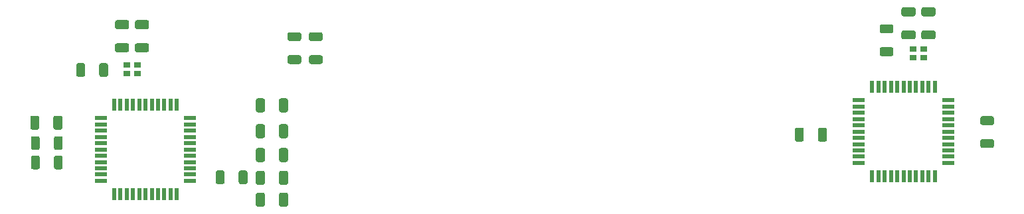
<source format=gbr>
%TF.GenerationSoftware,KiCad,Pcbnew,(5.1.10)-1*%
%TF.CreationDate,2021-08-08T19:29:01+02:00*%
%TF.ProjectId,T1,54312e6b-6963-4616-945f-706362585858,rev?*%
%TF.SameCoordinates,Original*%
%TF.FileFunction,Paste,Bot*%
%TF.FilePolarity,Positive*%
%FSLAX46Y46*%
G04 Gerber Fmt 4.6, Leading zero omitted, Abs format (unit mm)*
G04 Created by KiCad (PCBNEW (5.1.10)-1) date 2021-08-08 19:29:01*
%MOMM*%
%LPD*%
G01*
G04 APERTURE LIST*
%ADD10R,0.900000X0.800000*%
%ADD11R,0.550000X1.500000*%
%ADD12R,1.500000X0.550000*%
G04 APERTURE END LIST*
D10*
%TO.C,Y2*%
X189704750Y-58874750D03*
X191104750Y-58874750D03*
X191104750Y-57774750D03*
X189704750Y-57774750D03*
%TD*%
%TO.C,Y1*%
X89438250Y-60906750D03*
X90838250Y-60906750D03*
X90838250Y-59806750D03*
X89438250Y-59806750D03*
%TD*%
D11*
%TO.C,U2*%
X184499750Y-74057750D03*
X185299750Y-74057750D03*
X186099750Y-74057750D03*
X186899750Y-74057750D03*
X187699750Y-74057750D03*
X188499750Y-74057750D03*
X189299750Y-74057750D03*
X190099750Y-74057750D03*
X190899750Y-74057750D03*
X191699750Y-74057750D03*
X192499750Y-74057750D03*
D12*
X194199750Y-72357750D03*
X194199750Y-71557750D03*
X194199750Y-70757750D03*
X194199750Y-69957750D03*
X194199750Y-69157750D03*
X194199750Y-68357750D03*
X194199750Y-67557750D03*
X194199750Y-66757750D03*
X194199750Y-65957750D03*
X194199750Y-65157750D03*
X194199750Y-64357750D03*
D11*
X192499750Y-62657750D03*
X191699750Y-62657750D03*
X190899750Y-62657750D03*
X190099750Y-62657750D03*
X189299750Y-62657750D03*
X188499750Y-62657750D03*
X187699750Y-62657750D03*
X186899750Y-62657750D03*
X186099750Y-62657750D03*
X185299750Y-62657750D03*
X184499750Y-62657750D03*
D12*
X182799750Y-64357750D03*
X182799750Y-65157750D03*
X182799750Y-65957750D03*
X182799750Y-66757750D03*
X182799750Y-67557750D03*
X182799750Y-68357750D03*
X182799750Y-69157750D03*
X182799750Y-69957750D03*
X182799750Y-70757750D03*
X182799750Y-71557750D03*
X182799750Y-72357750D03*
%TD*%
D11*
%TO.C,U1*%
X87852750Y-76343750D03*
X88652750Y-76343750D03*
X89452750Y-76343750D03*
X90252750Y-76343750D03*
X91052750Y-76343750D03*
X91852750Y-76343750D03*
X92652750Y-76343750D03*
X93452750Y-76343750D03*
X94252750Y-76343750D03*
X95052750Y-76343750D03*
X95852750Y-76343750D03*
D12*
X97552750Y-74643750D03*
X97552750Y-73843750D03*
X97552750Y-73043750D03*
X97552750Y-72243750D03*
X97552750Y-71443750D03*
X97552750Y-70643750D03*
X97552750Y-69843750D03*
X97552750Y-69043750D03*
X97552750Y-68243750D03*
X97552750Y-67443750D03*
X97552750Y-66643750D03*
D11*
X95852750Y-64943750D03*
X95052750Y-64943750D03*
X94252750Y-64943750D03*
X93452750Y-64943750D03*
X92652750Y-64943750D03*
X91852750Y-64943750D03*
X91052750Y-64943750D03*
X90252750Y-64943750D03*
X89452750Y-64943750D03*
X88652750Y-64943750D03*
X87852750Y-64943750D03*
D12*
X86152750Y-66643750D03*
X86152750Y-67443750D03*
X86152750Y-68243750D03*
X86152750Y-69043750D03*
X86152750Y-69843750D03*
X86152750Y-70643750D03*
X86152750Y-71443750D03*
X86152750Y-72243750D03*
X86152750Y-73043750D03*
X86152750Y-73843750D03*
X86152750Y-74643750D03*
%TD*%
%TO.C,R8*%
G36*
G01*
X114194751Y-56789750D02*
X112944749Y-56789750D01*
G75*
G02*
X112694750Y-56539751I0J249999D01*
G01*
X112694750Y-55914749D01*
G75*
G02*
X112944749Y-55664750I249999J0D01*
G01*
X114194751Y-55664750D01*
G75*
G02*
X114444750Y-55914749I0J-249999D01*
G01*
X114444750Y-56539751D01*
G75*
G02*
X114194751Y-56789750I-249999J0D01*
G01*
G37*
G36*
G01*
X114194751Y-59714750D02*
X112944749Y-59714750D01*
G75*
G02*
X112694750Y-59464751I0J249999D01*
G01*
X112694750Y-58839749D01*
G75*
G02*
X112944749Y-58589750I249999J0D01*
G01*
X114194751Y-58589750D01*
G75*
G02*
X114444750Y-58839749I0J-249999D01*
G01*
X114444750Y-59464751D01*
G75*
G02*
X114194751Y-59714750I-249999J0D01*
G01*
G37*
%TD*%
%TO.C,R7*%
G36*
G01*
X111464251Y-56789750D02*
X110214249Y-56789750D01*
G75*
G02*
X109964250Y-56539751I0J249999D01*
G01*
X109964250Y-55914749D01*
G75*
G02*
X110214249Y-55664750I249999J0D01*
G01*
X111464251Y-55664750D01*
G75*
G02*
X111714250Y-55914749I0J-249999D01*
G01*
X111714250Y-56539751D01*
G75*
G02*
X111464251Y-56789750I-249999J0D01*
G01*
G37*
G36*
G01*
X111464251Y-59714750D02*
X110214249Y-59714750D01*
G75*
G02*
X109964250Y-59464751I0J249999D01*
G01*
X109964250Y-58839749D01*
G75*
G02*
X110214249Y-58589750I249999J0D01*
G01*
X111464251Y-58589750D01*
G75*
G02*
X111714250Y-58839749I0J-249999D01*
G01*
X111714250Y-59464751D01*
G75*
G02*
X111464251Y-59714750I-249999J0D01*
G01*
G37*
%TD*%
%TO.C,R6*%
G36*
G01*
X199792751Y-67519250D02*
X198542749Y-67519250D01*
G75*
G02*
X198292750Y-67269251I0J249999D01*
G01*
X198292750Y-66644249D01*
G75*
G02*
X198542749Y-66394250I249999J0D01*
G01*
X199792751Y-66394250D01*
G75*
G02*
X200042750Y-66644249I0J-249999D01*
G01*
X200042750Y-67269251D01*
G75*
G02*
X199792751Y-67519250I-249999J0D01*
G01*
G37*
G36*
G01*
X199792751Y-70444250D02*
X198542749Y-70444250D01*
G75*
G02*
X198292750Y-70194251I0J249999D01*
G01*
X198292750Y-69569249D01*
G75*
G02*
X198542749Y-69319250I249999J0D01*
G01*
X199792751Y-69319250D01*
G75*
G02*
X200042750Y-69569249I0J-249999D01*
G01*
X200042750Y-70194251D01*
G75*
G02*
X199792751Y-70444250I-249999J0D01*
G01*
G37*
%TD*%
%TO.C,R5*%
G36*
G01*
X185715749Y-57573750D02*
X186965751Y-57573750D01*
G75*
G02*
X187215750Y-57823749I0J-249999D01*
G01*
X187215750Y-58448751D01*
G75*
G02*
X186965751Y-58698750I-249999J0D01*
G01*
X185715749Y-58698750D01*
G75*
G02*
X185465750Y-58448751I0J249999D01*
G01*
X185465750Y-57823749D01*
G75*
G02*
X185715749Y-57573750I249999J0D01*
G01*
G37*
G36*
G01*
X185715749Y-54648750D02*
X186965751Y-54648750D01*
G75*
G02*
X187215750Y-54898749I0J-249999D01*
G01*
X187215750Y-55523751D01*
G75*
G02*
X186965751Y-55773750I-249999J0D01*
G01*
X185715749Y-55773750D01*
G75*
G02*
X185465750Y-55523751I0J249999D01*
G01*
X185465750Y-54898749D01*
G75*
G02*
X185715749Y-54648750I249999J0D01*
G01*
G37*
%TD*%
%TO.C,R4*%
G36*
G01*
X103738250Y-74824751D02*
X103738250Y-73574749D01*
G75*
G02*
X103988249Y-73324750I249999J0D01*
G01*
X104613251Y-73324750D01*
G75*
G02*
X104863250Y-73574749I0J-249999D01*
G01*
X104863250Y-74824751D01*
G75*
G02*
X104613251Y-75074750I-249999J0D01*
G01*
X103988249Y-75074750D01*
G75*
G02*
X103738250Y-74824751I0J249999D01*
G01*
G37*
G36*
G01*
X100813250Y-74824751D02*
X100813250Y-73574749D01*
G75*
G02*
X101063249Y-73324750I249999J0D01*
G01*
X101688251Y-73324750D01*
G75*
G02*
X101938250Y-73574749I0J-249999D01*
G01*
X101938250Y-74824751D01*
G75*
G02*
X101688251Y-75074750I-249999J0D01*
G01*
X101063249Y-75074750D01*
G75*
G02*
X100813250Y-74824751I0J249999D01*
G01*
G37*
%TD*%
%TO.C,R3*%
G36*
G01*
X78379750Y-69193249D02*
X78379750Y-70443251D01*
G75*
G02*
X78129751Y-70693250I-249999J0D01*
G01*
X77504749Y-70693250D01*
G75*
G02*
X77254750Y-70443251I0J249999D01*
G01*
X77254750Y-69193249D01*
G75*
G02*
X77504749Y-68943250I249999J0D01*
G01*
X78129751Y-68943250D01*
G75*
G02*
X78379750Y-69193249I0J-249999D01*
G01*
G37*
G36*
G01*
X81304750Y-69193249D02*
X81304750Y-70443251D01*
G75*
G02*
X81054751Y-70693250I-249999J0D01*
G01*
X80429749Y-70693250D01*
G75*
G02*
X80179750Y-70443251I0J249999D01*
G01*
X80179750Y-69193249D01*
G75*
G02*
X80429749Y-68943250I249999J0D01*
G01*
X81054751Y-68943250D01*
G75*
G02*
X81304750Y-69193249I0J-249999D01*
G01*
G37*
%TD*%
%TO.C,R2*%
G36*
G01*
X78379750Y-71669749D02*
X78379750Y-72919751D01*
G75*
G02*
X78129751Y-73169750I-249999J0D01*
G01*
X77504749Y-73169750D01*
G75*
G02*
X77254750Y-72919751I0J249999D01*
G01*
X77254750Y-71669749D01*
G75*
G02*
X77504749Y-71419750I249999J0D01*
G01*
X78129751Y-71419750D01*
G75*
G02*
X78379750Y-71669749I0J-249999D01*
G01*
G37*
G36*
G01*
X81304750Y-71669749D02*
X81304750Y-72919751D01*
G75*
G02*
X81054751Y-73169750I-249999J0D01*
G01*
X80429749Y-73169750D01*
G75*
G02*
X80179750Y-72919751I0J249999D01*
G01*
X80179750Y-71669749D01*
G75*
G02*
X80429749Y-71419750I249999J0D01*
G01*
X81054751Y-71419750D01*
G75*
G02*
X81304750Y-71669749I0J-249999D01*
G01*
G37*
%TD*%
%TO.C,R1*%
G36*
G01*
X84158250Y-59858749D02*
X84158250Y-61108751D01*
G75*
G02*
X83908251Y-61358750I-249999J0D01*
G01*
X83283249Y-61358750D01*
G75*
G02*
X83033250Y-61108751I0J249999D01*
G01*
X83033250Y-59858749D01*
G75*
G02*
X83283249Y-59608750I249999J0D01*
G01*
X83908251Y-59608750D01*
G75*
G02*
X84158250Y-59858749I0J-249999D01*
G01*
G37*
G36*
G01*
X87083250Y-59858749D02*
X87083250Y-61108751D01*
G75*
G02*
X86833251Y-61358750I-249999J0D01*
G01*
X86208249Y-61358750D01*
G75*
G02*
X85958250Y-61108751I0J249999D01*
G01*
X85958250Y-59858749D01*
G75*
G02*
X86208249Y-59608750I249999J0D01*
G01*
X86833251Y-59608750D01*
G75*
G02*
X87083250Y-59858749I0J-249999D01*
G01*
G37*
%TD*%
%TO.C,C11*%
G36*
G01*
X177588750Y-69388751D02*
X177588750Y-68088749D01*
G75*
G02*
X177838749Y-67838750I249999J0D01*
G01*
X178488751Y-67838750D01*
G75*
G02*
X178738750Y-68088749I0J-249999D01*
G01*
X178738750Y-69388751D01*
G75*
G02*
X178488751Y-69638750I-249999J0D01*
G01*
X177838749Y-69638750D01*
G75*
G02*
X177588750Y-69388751I0J249999D01*
G01*
G37*
G36*
G01*
X174638750Y-69388751D02*
X174638750Y-68088749D01*
G75*
G02*
X174888749Y-67838750I249999J0D01*
G01*
X175538751Y-67838750D01*
G75*
G02*
X175788750Y-68088749I0J-249999D01*
G01*
X175788750Y-69388751D01*
G75*
G02*
X175538751Y-69638750I-249999J0D01*
G01*
X174888749Y-69638750D01*
G75*
G02*
X174638750Y-69388751I0J249999D01*
G01*
G37*
%TD*%
%TO.C,C10*%
G36*
G01*
X189784751Y-53614750D02*
X188484749Y-53614750D01*
G75*
G02*
X188234750Y-53364751I0J249999D01*
G01*
X188234750Y-52714749D01*
G75*
G02*
X188484749Y-52464750I249999J0D01*
G01*
X189784751Y-52464750D01*
G75*
G02*
X190034750Y-52714749I0J-249999D01*
G01*
X190034750Y-53364751D01*
G75*
G02*
X189784751Y-53614750I-249999J0D01*
G01*
G37*
G36*
G01*
X189784751Y-56564750D02*
X188484749Y-56564750D01*
G75*
G02*
X188234750Y-56314751I0J249999D01*
G01*
X188234750Y-55664749D01*
G75*
G02*
X188484749Y-55414750I249999J0D01*
G01*
X189784751Y-55414750D01*
G75*
G02*
X190034750Y-55664749I0J-249999D01*
G01*
X190034750Y-56314751D01*
G75*
G02*
X189784751Y-56564750I-249999J0D01*
G01*
G37*
%TD*%
%TO.C,C9*%
G36*
G01*
X192324751Y-53614750D02*
X191024749Y-53614750D01*
G75*
G02*
X190774750Y-53364751I0J249999D01*
G01*
X190774750Y-52714749D01*
G75*
G02*
X191024749Y-52464750I249999J0D01*
G01*
X192324751Y-52464750D01*
G75*
G02*
X192574750Y-52714749I0J-249999D01*
G01*
X192574750Y-53364751D01*
G75*
G02*
X192324751Y-53614750I-249999J0D01*
G01*
G37*
G36*
G01*
X192324751Y-56564750D02*
X191024749Y-56564750D01*
G75*
G02*
X190774750Y-56314751I0J249999D01*
G01*
X190774750Y-55664749D01*
G75*
G02*
X191024749Y-55414750I249999J0D01*
G01*
X192324751Y-55414750D01*
G75*
G02*
X192574750Y-55664749I0J-249999D01*
G01*
X192574750Y-56314751D01*
G75*
G02*
X192324751Y-56564750I-249999J0D01*
G01*
G37*
%TD*%
%TO.C,C8*%
G36*
G01*
X80116250Y-67864751D02*
X80116250Y-66564749D01*
G75*
G02*
X80366249Y-66314750I249999J0D01*
G01*
X81016251Y-66314750D01*
G75*
G02*
X81266250Y-66564749I0J-249999D01*
G01*
X81266250Y-67864751D01*
G75*
G02*
X81016251Y-68114750I-249999J0D01*
G01*
X80366249Y-68114750D01*
G75*
G02*
X80116250Y-67864751I0J249999D01*
G01*
G37*
G36*
G01*
X77166250Y-67864751D02*
X77166250Y-66564749D01*
G75*
G02*
X77416249Y-66314750I249999J0D01*
G01*
X78066251Y-66314750D01*
G75*
G02*
X78316250Y-66564749I0J-249999D01*
G01*
X78316250Y-67864751D01*
G75*
G02*
X78066251Y-68114750I-249999J0D01*
G01*
X77416249Y-68114750D01*
G75*
G02*
X77166250Y-67864751I0J249999D01*
G01*
G37*
%TD*%
%TO.C,C7*%
G36*
G01*
X89518251Y-55265750D02*
X88218249Y-55265750D01*
G75*
G02*
X87968250Y-55015751I0J249999D01*
G01*
X87968250Y-54365749D01*
G75*
G02*
X88218249Y-54115750I249999J0D01*
G01*
X89518251Y-54115750D01*
G75*
G02*
X89768250Y-54365749I0J-249999D01*
G01*
X89768250Y-55015751D01*
G75*
G02*
X89518251Y-55265750I-249999J0D01*
G01*
G37*
G36*
G01*
X89518251Y-58215750D02*
X88218249Y-58215750D01*
G75*
G02*
X87968250Y-57965751I0J249999D01*
G01*
X87968250Y-57315749D01*
G75*
G02*
X88218249Y-57065750I249999J0D01*
G01*
X89518251Y-57065750D01*
G75*
G02*
X89768250Y-57315749I0J-249999D01*
G01*
X89768250Y-57965751D01*
G75*
G02*
X89518251Y-58215750I-249999J0D01*
G01*
G37*
%TD*%
%TO.C,C6*%
G36*
G01*
X92058251Y-55265750D02*
X90758249Y-55265750D01*
G75*
G02*
X90508250Y-55015751I0J249999D01*
G01*
X90508250Y-54365749D01*
G75*
G02*
X90758249Y-54115750I249999J0D01*
G01*
X92058251Y-54115750D01*
G75*
G02*
X92308250Y-54365749I0J-249999D01*
G01*
X92308250Y-55015751D01*
G75*
G02*
X92058251Y-55265750I-249999J0D01*
G01*
G37*
G36*
G01*
X92058251Y-58215750D02*
X90758249Y-58215750D01*
G75*
G02*
X90508250Y-57965751I0J249999D01*
G01*
X90508250Y-57315749D01*
G75*
G02*
X90758249Y-57065750I249999J0D01*
G01*
X92058251Y-57065750D01*
G75*
G02*
X92308250Y-57315749I0J-249999D01*
G01*
X92308250Y-57965751D01*
G75*
G02*
X92058251Y-58215750I-249999J0D01*
G01*
G37*
%TD*%
%TO.C,C5*%
G36*
G01*
X107081750Y-76407249D02*
X107081750Y-77707251D01*
G75*
G02*
X106831751Y-77957250I-249999J0D01*
G01*
X106181749Y-77957250D01*
G75*
G02*
X105931750Y-77707251I0J249999D01*
G01*
X105931750Y-76407249D01*
G75*
G02*
X106181749Y-76157250I249999J0D01*
G01*
X106831751Y-76157250D01*
G75*
G02*
X107081750Y-76407249I0J-249999D01*
G01*
G37*
G36*
G01*
X110031750Y-76407249D02*
X110031750Y-77707251D01*
G75*
G02*
X109781751Y-77957250I-249999J0D01*
G01*
X109131749Y-77957250D01*
G75*
G02*
X108881750Y-77707251I0J249999D01*
G01*
X108881750Y-76407249D01*
G75*
G02*
X109131749Y-76157250I249999J0D01*
G01*
X109781751Y-76157250D01*
G75*
G02*
X110031750Y-76407249I0J-249999D01*
G01*
G37*
%TD*%
%TO.C,C4*%
G36*
G01*
X107081750Y-73613249D02*
X107081750Y-74913251D01*
G75*
G02*
X106831751Y-75163250I-249999J0D01*
G01*
X106181749Y-75163250D01*
G75*
G02*
X105931750Y-74913251I0J249999D01*
G01*
X105931750Y-73613249D01*
G75*
G02*
X106181749Y-73363250I249999J0D01*
G01*
X106831751Y-73363250D01*
G75*
G02*
X107081750Y-73613249I0J-249999D01*
G01*
G37*
G36*
G01*
X110031750Y-73613249D02*
X110031750Y-74913251D01*
G75*
G02*
X109781751Y-75163250I-249999J0D01*
G01*
X109131749Y-75163250D01*
G75*
G02*
X108881750Y-74913251I0J249999D01*
G01*
X108881750Y-73613249D01*
G75*
G02*
X109131749Y-73363250I249999J0D01*
G01*
X109781751Y-73363250D01*
G75*
G02*
X110031750Y-73613249I0J-249999D01*
G01*
G37*
%TD*%
%TO.C,C3*%
G36*
G01*
X107081750Y-70692249D02*
X107081750Y-71992251D01*
G75*
G02*
X106831751Y-72242250I-249999J0D01*
G01*
X106181749Y-72242250D01*
G75*
G02*
X105931750Y-71992251I0J249999D01*
G01*
X105931750Y-70692249D01*
G75*
G02*
X106181749Y-70442250I249999J0D01*
G01*
X106831751Y-70442250D01*
G75*
G02*
X107081750Y-70692249I0J-249999D01*
G01*
G37*
G36*
G01*
X110031750Y-70692249D02*
X110031750Y-71992251D01*
G75*
G02*
X109781751Y-72242250I-249999J0D01*
G01*
X109131749Y-72242250D01*
G75*
G02*
X108881750Y-71992251I0J249999D01*
G01*
X108881750Y-70692249D01*
G75*
G02*
X109131749Y-70442250I249999J0D01*
G01*
X109781751Y-70442250D01*
G75*
G02*
X110031750Y-70692249I0J-249999D01*
G01*
G37*
%TD*%
%TO.C,C2*%
G36*
G01*
X107081750Y-67644249D02*
X107081750Y-68944251D01*
G75*
G02*
X106831751Y-69194250I-249999J0D01*
G01*
X106181749Y-69194250D01*
G75*
G02*
X105931750Y-68944251I0J249999D01*
G01*
X105931750Y-67644249D01*
G75*
G02*
X106181749Y-67394250I249999J0D01*
G01*
X106831751Y-67394250D01*
G75*
G02*
X107081750Y-67644249I0J-249999D01*
G01*
G37*
G36*
G01*
X110031750Y-67644249D02*
X110031750Y-68944251D01*
G75*
G02*
X109781751Y-69194250I-249999J0D01*
G01*
X109131749Y-69194250D01*
G75*
G02*
X108881750Y-68944251I0J249999D01*
G01*
X108881750Y-67644249D01*
G75*
G02*
X109131749Y-67394250I249999J0D01*
G01*
X109781751Y-67394250D01*
G75*
G02*
X110031750Y-67644249I0J-249999D01*
G01*
G37*
%TD*%
%TO.C,C1*%
G36*
G01*
X107081750Y-64342249D02*
X107081750Y-65642251D01*
G75*
G02*
X106831751Y-65892250I-249999J0D01*
G01*
X106181749Y-65892250D01*
G75*
G02*
X105931750Y-65642251I0J249999D01*
G01*
X105931750Y-64342249D01*
G75*
G02*
X106181749Y-64092250I249999J0D01*
G01*
X106831751Y-64092250D01*
G75*
G02*
X107081750Y-64342249I0J-249999D01*
G01*
G37*
G36*
G01*
X110031750Y-64342249D02*
X110031750Y-65642251D01*
G75*
G02*
X109781751Y-65892250I-249999J0D01*
G01*
X109131749Y-65892250D01*
G75*
G02*
X108881750Y-65642251I0J249999D01*
G01*
X108881750Y-64342249D01*
G75*
G02*
X109131749Y-64092250I249999J0D01*
G01*
X109781751Y-64092250D01*
G75*
G02*
X110031750Y-64342249I0J-249999D01*
G01*
G37*
%TD*%
M02*

</source>
